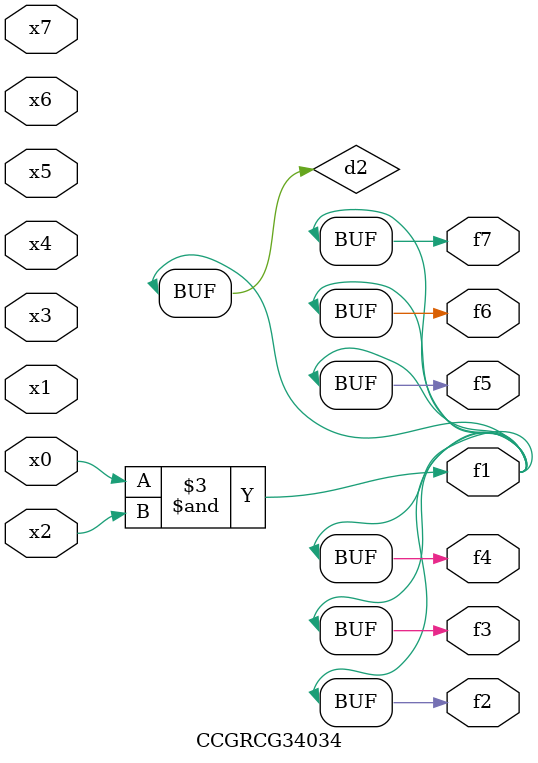
<source format=v>
module CCGRCG34034(
	input x0, x1, x2, x3, x4, x5, x6, x7,
	output f1, f2, f3, f4, f5, f6, f7
);

	wire d1, d2;

	nor (d1, x3, x6);
	and (d2, x0, x2);
	assign f1 = d2;
	assign f2 = d2;
	assign f3 = d2;
	assign f4 = d2;
	assign f5 = d2;
	assign f6 = d2;
	assign f7 = d2;
endmodule

</source>
